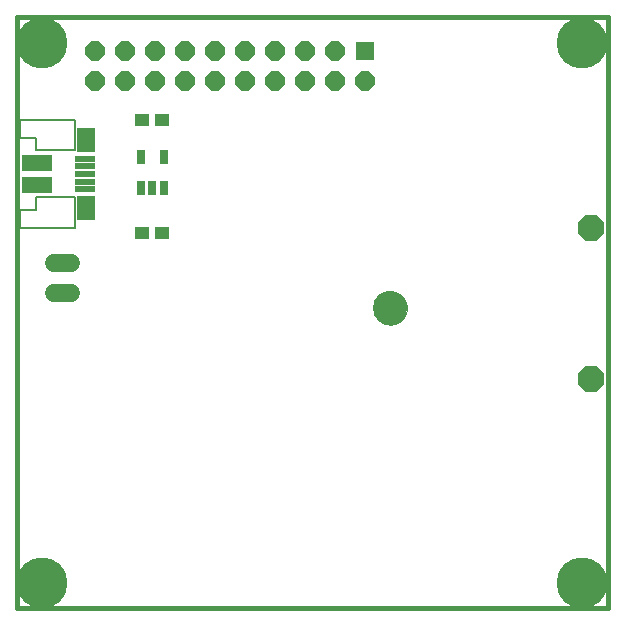
<source format=gts>
G75*
%MOIN*%
%OFA0B0*%
%FSLAX25Y25*%
%IPPOS*%
%LPD*%
%AMOC8*
5,1,8,0,0,1.08239X$1,22.5*
%
%ADD10C,0.01600*%
%ADD11C,0.00000*%
%ADD12C,0.11424*%
%ADD13OC8,0.08900*%
%ADD14R,0.07132X0.01975*%
%ADD15R,0.06148X0.08274*%
%ADD16R,0.10243X0.05813*%
%ADD17C,0.00500*%
%ADD18R,0.06400X0.06400*%
%ADD19OC8,0.06400*%
%ADD20R,0.04731X0.04337*%
%ADD21R,0.02565X0.05124*%
%ADD22C,0.06000*%
%ADD23C,0.16998*%
D10*
X0002849Y0001800D02*
X0199700Y0001800D01*
X0199700Y0198650D01*
X0002849Y0198650D01*
X0002849Y0001800D01*
D11*
X0121668Y0101682D02*
X0121670Y0101830D01*
X0121676Y0101978D01*
X0121686Y0102126D01*
X0121700Y0102273D01*
X0121718Y0102420D01*
X0121739Y0102566D01*
X0121765Y0102712D01*
X0121795Y0102857D01*
X0121828Y0103001D01*
X0121866Y0103144D01*
X0121907Y0103286D01*
X0121952Y0103427D01*
X0122000Y0103567D01*
X0122053Y0103706D01*
X0122109Y0103843D01*
X0122169Y0103978D01*
X0122232Y0104112D01*
X0122299Y0104244D01*
X0122370Y0104374D01*
X0122444Y0104502D01*
X0122521Y0104628D01*
X0122602Y0104752D01*
X0122686Y0104874D01*
X0122773Y0104993D01*
X0122864Y0105110D01*
X0122958Y0105225D01*
X0123054Y0105337D01*
X0123154Y0105447D01*
X0123256Y0105553D01*
X0123362Y0105657D01*
X0123470Y0105758D01*
X0123581Y0105856D01*
X0123694Y0105952D01*
X0123810Y0106044D01*
X0123928Y0106133D01*
X0124049Y0106218D01*
X0124172Y0106301D01*
X0124297Y0106380D01*
X0124424Y0106456D01*
X0124553Y0106528D01*
X0124684Y0106597D01*
X0124817Y0106662D01*
X0124952Y0106723D01*
X0125088Y0106781D01*
X0125225Y0106836D01*
X0125364Y0106886D01*
X0125505Y0106933D01*
X0125646Y0106976D01*
X0125789Y0107016D01*
X0125933Y0107051D01*
X0126077Y0107083D01*
X0126223Y0107110D01*
X0126369Y0107134D01*
X0126516Y0107154D01*
X0126663Y0107170D01*
X0126810Y0107182D01*
X0126958Y0107190D01*
X0127106Y0107194D01*
X0127254Y0107194D01*
X0127402Y0107190D01*
X0127550Y0107182D01*
X0127697Y0107170D01*
X0127844Y0107154D01*
X0127991Y0107134D01*
X0128137Y0107110D01*
X0128283Y0107083D01*
X0128427Y0107051D01*
X0128571Y0107016D01*
X0128714Y0106976D01*
X0128855Y0106933D01*
X0128996Y0106886D01*
X0129135Y0106836D01*
X0129272Y0106781D01*
X0129408Y0106723D01*
X0129543Y0106662D01*
X0129676Y0106597D01*
X0129807Y0106528D01*
X0129936Y0106456D01*
X0130063Y0106380D01*
X0130188Y0106301D01*
X0130311Y0106218D01*
X0130432Y0106133D01*
X0130550Y0106044D01*
X0130666Y0105952D01*
X0130779Y0105856D01*
X0130890Y0105758D01*
X0130998Y0105657D01*
X0131104Y0105553D01*
X0131206Y0105447D01*
X0131306Y0105337D01*
X0131402Y0105225D01*
X0131496Y0105110D01*
X0131587Y0104993D01*
X0131674Y0104874D01*
X0131758Y0104752D01*
X0131839Y0104628D01*
X0131916Y0104502D01*
X0131990Y0104374D01*
X0132061Y0104244D01*
X0132128Y0104112D01*
X0132191Y0103978D01*
X0132251Y0103843D01*
X0132307Y0103706D01*
X0132360Y0103567D01*
X0132408Y0103427D01*
X0132453Y0103286D01*
X0132494Y0103144D01*
X0132532Y0103001D01*
X0132565Y0102857D01*
X0132595Y0102712D01*
X0132621Y0102566D01*
X0132642Y0102420D01*
X0132660Y0102273D01*
X0132674Y0102126D01*
X0132684Y0101978D01*
X0132690Y0101830D01*
X0132692Y0101682D01*
X0132690Y0101534D01*
X0132684Y0101386D01*
X0132674Y0101238D01*
X0132660Y0101091D01*
X0132642Y0100944D01*
X0132621Y0100798D01*
X0132595Y0100652D01*
X0132565Y0100507D01*
X0132532Y0100363D01*
X0132494Y0100220D01*
X0132453Y0100078D01*
X0132408Y0099937D01*
X0132360Y0099797D01*
X0132307Y0099658D01*
X0132251Y0099521D01*
X0132191Y0099386D01*
X0132128Y0099252D01*
X0132061Y0099120D01*
X0131990Y0098990D01*
X0131916Y0098862D01*
X0131839Y0098736D01*
X0131758Y0098612D01*
X0131674Y0098490D01*
X0131587Y0098371D01*
X0131496Y0098254D01*
X0131402Y0098139D01*
X0131306Y0098027D01*
X0131206Y0097917D01*
X0131104Y0097811D01*
X0130998Y0097707D01*
X0130890Y0097606D01*
X0130779Y0097508D01*
X0130666Y0097412D01*
X0130550Y0097320D01*
X0130432Y0097231D01*
X0130311Y0097146D01*
X0130188Y0097063D01*
X0130063Y0096984D01*
X0129936Y0096908D01*
X0129807Y0096836D01*
X0129676Y0096767D01*
X0129543Y0096702D01*
X0129408Y0096641D01*
X0129272Y0096583D01*
X0129135Y0096528D01*
X0128996Y0096478D01*
X0128855Y0096431D01*
X0128714Y0096388D01*
X0128571Y0096348D01*
X0128427Y0096313D01*
X0128283Y0096281D01*
X0128137Y0096254D01*
X0127991Y0096230D01*
X0127844Y0096210D01*
X0127697Y0096194D01*
X0127550Y0096182D01*
X0127402Y0096174D01*
X0127254Y0096170D01*
X0127106Y0096170D01*
X0126958Y0096174D01*
X0126810Y0096182D01*
X0126663Y0096194D01*
X0126516Y0096210D01*
X0126369Y0096230D01*
X0126223Y0096254D01*
X0126077Y0096281D01*
X0125933Y0096313D01*
X0125789Y0096348D01*
X0125646Y0096388D01*
X0125505Y0096431D01*
X0125364Y0096478D01*
X0125225Y0096528D01*
X0125088Y0096583D01*
X0124952Y0096641D01*
X0124817Y0096702D01*
X0124684Y0096767D01*
X0124553Y0096836D01*
X0124424Y0096908D01*
X0124297Y0096984D01*
X0124172Y0097063D01*
X0124049Y0097146D01*
X0123928Y0097231D01*
X0123810Y0097320D01*
X0123694Y0097412D01*
X0123581Y0097508D01*
X0123470Y0097606D01*
X0123362Y0097707D01*
X0123256Y0097811D01*
X0123154Y0097917D01*
X0123054Y0098027D01*
X0122958Y0098139D01*
X0122864Y0098254D01*
X0122773Y0098371D01*
X0122686Y0098490D01*
X0122602Y0098612D01*
X0122521Y0098736D01*
X0122444Y0098862D01*
X0122370Y0098990D01*
X0122299Y0099120D01*
X0122232Y0099252D01*
X0122169Y0099386D01*
X0122109Y0099521D01*
X0122053Y0099658D01*
X0122000Y0099797D01*
X0121952Y0099937D01*
X0121907Y0100078D01*
X0121866Y0100220D01*
X0121828Y0100363D01*
X0121795Y0100507D01*
X0121765Y0100652D01*
X0121739Y0100798D01*
X0121718Y0100944D01*
X0121700Y0101091D01*
X0121686Y0101238D01*
X0121676Y0101386D01*
X0121670Y0101534D01*
X0121668Y0101682D01*
D12*
X0127180Y0101682D03*
D13*
X0194109Y0078060D03*
X0194109Y0128454D03*
D14*
X0025330Y0141242D03*
X0025330Y0143801D03*
X0025330Y0146360D03*
X0025330Y0148919D03*
X0025330Y0151478D03*
D15*
X0025842Y0157777D03*
X0025842Y0134943D03*
D16*
X0009464Y0142669D03*
X0009464Y0150051D03*
D17*
X0009149Y0154234D02*
X0022220Y0154234D01*
X0022220Y0164372D01*
X0012023Y0164372D01*
X0012023Y0164380D01*
X0003716Y0164380D01*
X0003716Y0158525D01*
X0009149Y0158525D01*
X0009149Y0154234D01*
X0009149Y0138555D02*
X0022220Y0138555D01*
X0022220Y0128417D01*
X0012023Y0128417D01*
X0012059Y0128424D01*
X0003752Y0128424D01*
X0003716Y0134263D01*
X0009149Y0134263D01*
X0009149Y0138555D01*
D18*
X0118912Y0187528D03*
D19*
X0108912Y0187528D03*
X0098912Y0187528D03*
X0088912Y0187528D03*
X0078912Y0187528D03*
X0068912Y0187528D03*
X0058912Y0187528D03*
X0048912Y0187528D03*
X0038912Y0187528D03*
X0028912Y0187528D03*
X0028912Y0177528D03*
X0038912Y0177528D03*
X0048912Y0177528D03*
X0058912Y0177528D03*
X0068912Y0177528D03*
X0078912Y0177528D03*
X0088912Y0177528D03*
X0098912Y0177528D03*
X0108912Y0177528D03*
X0118912Y0177528D03*
D20*
X0051196Y0164300D03*
X0044503Y0164300D03*
X0044503Y0126800D03*
X0051196Y0126800D03*
D21*
X0051590Y0141681D03*
X0047849Y0141681D03*
X0044109Y0141681D03*
X0044109Y0151919D03*
X0051590Y0151919D03*
D22*
X0020649Y0116800D02*
X0015049Y0116800D01*
X0015049Y0106800D02*
X0020649Y0106800D01*
D23*
X0011166Y0190066D03*
X0191166Y0190066D03*
X0191166Y0010066D03*
X0011166Y0010066D03*
M02*

</source>
